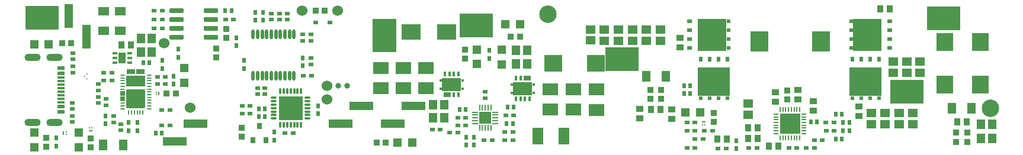
<source format=gbr>
%TF.GenerationSoftware,Altium Limited,Altium Designer,19.0.15 (446)*%
G04 Layer_Color=255*
%FSLAX45Y45*%
%MOMM*%
%TF.FileFunction,Pads,Top*%
%TF.Part,Single*%
G01*
G75*
%TA.AperFunction,SMDPad,CuDef*%
%ADD10R,3.43000X1.27000*%
%TA.AperFunction,ConnectorPad*%
%ADD11R,0.60000X0.75000*%
%TA.AperFunction,SMDPad,CuDef*%
%ADD12R,0.60000X0.75000*%
%ADD13R,0.64000X0.60000*%
%ADD14R,0.60000X0.64000*%
%ADD15R,0.75000X0.60000*%
%ADD16R,1.20000X1.20000*%
%ADD17R,0.85000X0.95000*%
%ADD18R,0.27000X0.17000*%
%ADD19R,0.17000X0.52000*%
%ADD20R,1.30000X1.40000*%
%ADD21R,0.90000X1.00000*%
G04:AMPARAMS|DCode=22|XSize=0.6mm|YSize=0.2mm|CornerRadius=0.04mm|HoleSize=0mm|Usage=FLASHONLY|Rotation=90.000|XOffset=0mm|YOffset=0mm|HoleType=Round|Shape=RoundedRectangle|*
%AMROUNDEDRECTD22*
21,1,0.60000,0.12000,0,0,90.0*
21,1,0.52000,0.20000,0,0,90.0*
1,1,0.08000,0.06000,0.26000*
1,1,0.08000,0.06000,-0.26000*
1,1,0.08000,-0.06000,-0.26000*
1,1,0.08000,-0.06000,0.26000*
%
%ADD22ROUNDEDRECTD22*%
G04:AMPARAMS|DCode=23|XSize=0.2mm|YSize=0.6mm|CornerRadius=0.04mm|HoleSize=0mm|Usage=FLASHONLY|Rotation=90.000|XOffset=0mm|YOffset=0mm|HoleType=Round|Shape=RoundedRectangle|*
%AMROUNDEDRECTD23*
21,1,0.20000,0.52000,0,0,90.0*
21,1,0.12000,0.60000,0,0,90.0*
1,1,0.08000,0.26000,0.06000*
1,1,0.08000,0.26000,-0.06000*
1,1,0.08000,-0.26000,-0.06000*
1,1,0.08000,-0.26000,0.06000*
%
%ADD23ROUNDEDRECTD23*%
G04:AMPARAMS|DCode=24|XSize=2.72mm|YSize=2.65mm|CornerRadius=0.06625mm|HoleSize=0mm|Usage=FLASHONLY|Rotation=90.000|XOffset=0mm|YOffset=0mm|HoleType=Round|Shape=RoundedRectangle|*
%AMROUNDEDRECTD24*
21,1,2.72000,2.51750,0,0,90.0*
21,1,2.58750,2.65000,0,0,90.0*
1,1,0.13250,1.25875,1.29375*
1,1,0.13250,1.25875,-1.29375*
1,1,0.13250,-1.25875,-1.29375*
1,1,0.13250,-1.25875,1.29375*
%
%ADD24ROUNDEDRECTD24*%
G04:AMPARAMS|DCode=25|XSize=1.53mm|YSize=2.65mm|CornerRadius=0.03825mm|HoleSize=0mm|Usage=FLASHONLY|Rotation=90.000|XOffset=0mm|YOffset=0mm|HoleType=Round|Shape=RoundedRectangle|*
%AMROUNDEDRECTD25*
21,1,1.53000,2.57350,0,0,90.0*
21,1,1.45350,2.65000,0,0,90.0*
1,1,0.07650,1.28675,0.72675*
1,1,0.07650,1.28675,-0.72675*
1,1,0.07650,-1.28675,-0.72675*
1,1,0.07650,-1.28675,0.72675*
%
%ADD25ROUNDEDRECTD25*%
G04:AMPARAMS|DCode=26|XSize=0.7mm|YSize=1.253mm|CornerRadius=0.0875mm|HoleSize=0mm|Usage=FLASHONLY|Rotation=90.000|XOffset=0mm|YOffset=0mm|HoleType=Round|Shape=RoundedRectangle|*
%AMROUNDEDRECTD26*
21,1,0.70000,1.07800,0,0,90.0*
21,1,0.52500,1.25300,0,0,90.0*
1,1,0.17500,0.53900,0.26250*
1,1,0.17500,0.53900,-0.26250*
1,1,0.17500,-0.53900,-0.26250*
1,1,0.17500,-0.53900,0.26250*
%
%ADD26ROUNDEDRECTD26*%
G04:AMPARAMS|DCode=27|XSize=0.7mm|YSize=0.7mm|CornerRadius=0.0875mm|HoleSize=0mm|Usage=FLASHONLY|Rotation=90.000|XOffset=0mm|YOffset=0mm|HoleType=Round|Shape=RoundedRectangle|*
%AMROUNDEDRECTD27*
21,1,0.70000,0.52500,0,0,90.0*
21,1,0.52500,0.70000,0,0,90.0*
1,1,0.17500,0.26250,0.26250*
1,1,0.17500,0.26250,-0.26250*
1,1,0.17500,-0.26250,-0.26250*
1,1,0.17500,-0.26250,0.26250*
%
%ADD27ROUNDEDRECTD27*%
%ADD28R,1.20000X1.65000*%
%TA.AperFunction,ConnectorPad*%
%ADD29R,0.95000X0.85000*%
%TA.AperFunction,SMDPad,CuDef*%
%ADD30R,0.17000X0.27000*%
%ADD31R,0.52000X0.17000*%
G04:AMPARAMS|DCode=32|XSize=0.2mm|YSize=0.2mm|CornerRadius=0.05mm|HoleSize=0mm|Usage=FLASHONLY|Rotation=0.000|XOffset=0mm|YOffset=0mm|HoleType=Round|Shape=RoundedRectangle|*
%AMROUNDEDRECTD32*
21,1,0.20000,0.10000,0,0,0.0*
21,1,0.10000,0.20000,0,0,0.0*
1,1,0.10000,0.05000,-0.05000*
1,1,0.10000,-0.05000,-0.05000*
1,1,0.10000,-0.05000,0.05000*
1,1,0.10000,0.05000,0.05000*
%
%ADD32ROUNDEDRECTD32*%
G04:AMPARAMS|DCode=33|XSize=1.97mm|YSize=0.6mm|CornerRadius=0.075mm|HoleSize=0mm|Usage=FLASHONLY|Rotation=0.000|XOffset=0mm|YOffset=0mm|HoleType=Round|Shape=RoundedRectangle|*
%AMROUNDEDRECTD33*
21,1,1.97000,0.45000,0,0,0.0*
21,1,1.82000,0.60000,0,0,0.0*
1,1,0.15000,0.91000,-0.22500*
1,1,0.15000,-0.91000,-0.22500*
1,1,0.15000,-0.91000,0.22500*
1,1,0.15000,0.91000,0.22500*
%
%ADD33ROUNDEDRECTD33*%
%ADD34R,0.95000X0.85000*%
%ADD35R,2.23000X1.80000*%
%ADD36R,1.75000X1.75000*%
G04:AMPARAMS|DCode=37|XSize=0.83mm|YSize=0.22mm|CornerRadius=0.0275mm|HoleSize=0mm|Usage=FLASHONLY|Rotation=90.000|XOffset=0mm|YOffset=0mm|HoleType=Round|Shape=RoundedRectangle|*
%AMROUNDEDRECTD37*
21,1,0.83000,0.16500,0,0,90.0*
21,1,0.77500,0.22000,0,0,90.0*
1,1,0.05500,0.08250,0.38750*
1,1,0.05500,0.08250,-0.38750*
1,1,0.05500,-0.08250,-0.38750*
1,1,0.05500,-0.08250,0.38750*
%
%ADD37ROUNDEDRECTD37*%
G04:AMPARAMS|DCode=38|XSize=0.83mm|YSize=0.22mm|CornerRadius=0.0275mm|HoleSize=0mm|Usage=FLASHONLY|Rotation=180.000|XOffset=0mm|YOffset=0mm|HoleType=Round|Shape=RoundedRectangle|*
%AMROUNDEDRECTD38*
21,1,0.83000,0.16500,0,0,180.0*
21,1,0.77500,0.22000,0,0,180.0*
1,1,0.05500,-0.38750,0.08250*
1,1,0.05500,0.38750,0.08250*
1,1,0.05500,0.38750,-0.08250*
1,1,0.05500,-0.38750,-0.08250*
%
%ADD38ROUNDEDRECTD38*%
%ADD39R,1.20000X1.20000*%
%TA.AperFunction,ConnectorPad*%
%ADD40R,1.00000X0.90000*%
%ADD41R,0.90000X1.00000*%
%ADD42R,0.75000X0.60000*%
%ADD43R,0.60000X0.64000*%
%TA.AperFunction,SMDPad,CuDef*%
%ADD44R,0.66000X0.32000*%
%ADD45R,1.00000X1.60000*%
%TA.AperFunction,ConnectorPad*%
%ADD46R,1.00000X0.30000*%
%ADD47R,1.00000X0.60000*%
%TA.AperFunction,SMDPad,CuDef*%
%ADD48R,1.27000X3.43000*%
%ADD49R,4.70000X3.43000*%
%ADD50R,1.65000X1.20000*%
%ADD51R,2.80000X1.90000*%
%ADD52R,0.44000X0.65000*%
%ADD53R,0.35000X0.30000*%
%ADD54R,1.09000X0.65000*%
%TA.AperFunction,ConnectorPad*%
%ADD55R,0.85000X0.95000*%
%TA.AperFunction,SMDPad,CuDef*%
%ADD56R,2.70000X2.20000*%
%TA.AperFunction,ConnectorPad*%
%ADD57R,0.80000X0.90000*%
%TA.AperFunction,SMDPad,CuDef*%
%ADD58R,3.35000X3.35000*%
%TA.AperFunction,ConnectorPad*%
%ADD59O,0.30000X0.95000*%
%ADD60O,0.95000X0.30000*%
%TA.AperFunction,SMDPad,CuDef*%
%ADD61O,0.45000X1.40000*%
%TA.AperFunction,ConnectorPad*%
%ADD62R,0.70000X0.50000*%
%TA.AperFunction,SMDPad,CuDef*%
%ADD63R,1.40000X1.30000*%
%ADD64R,1.00000X0.90000*%
%ADD65R,4.12000X4.60000*%
%ADD66R,0.55000X0.50000*%
%ADD67R,0.65000X0.50000*%
%ADD68R,4.60000X4.12000*%
%ADD69R,0.50000X0.55000*%
%ADD70R,0.50000X0.65000*%
%ADD71R,3.00000X3.00000*%
%ADD72O,0.20000X0.70000*%
%ADD73O,0.70000X0.20000*%
%ADD74R,2.50000X3.00000*%
%ADD75R,2.45000X2.55000*%
%ADD76R,1.50000X2.40000*%
%ADD77R,2.55000X2.45000*%
%ADD78R,3.43000X4.70000*%
%ADD79C,0.80010*%
%TA.AperFunction,ComponentPad*%
%ADD91C,0.40000*%
G04:AMPARAMS|DCode=92|XSize=1mm|YSize=2.3mm|CornerRadius=0.5mm|HoleSize=0mm|Usage=FLASHONLY|Rotation=270.000|XOffset=0mm|YOffset=0mm|HoleType=Round|Shape=RoundedRectangle|*
%AMROUNDEDRECTD92*
21,1,1.00000,1.30000,0,0,270.0*
21,1,0.00000,2.30000,0,0,270.0*
1,1,1.00000,-0.65000,0.00000*
1,1,1.00000,-0.65000,0.00000*
1,1,1.00000,0.65000,0.00000*
1,1,1.00000,0.65000,0.00000*
%
%ADD92ROUNDEDRECTD92*%
%ADD93C,1.52400*%
%ADD94C,0.45720*%
%TA.AperFunction,ViaPad*%
%ADD95C,2.50000*%
%ADD96C,1.52400*%
D10*
X6010835Y1706855D02*
D03*
X5718835Y1452855D02*
D03*
X3346475Y1193775D02*
D03*
X3638475Y1447775D02*
D03*
X6463975Y1450315D02*
D03*
X6755975Y1704315D02*
D03*
D11*
X7508435Y1257294D02*
D03*
Y1142294D02*
D03*
X2352015Y1563035D02*
D03*
Y1448035D02*
D03*
X4767755Y1213801D02*
D03*
Y1328801D02*
D03*
X4609975Y2929975D02*
D03*
Y3044975D02*
D03*
X4497475Y2929975D02*
D03*
Y3044975D02*
D03*
D12*
X7622735Y1257262D02*
D03*
Y1142262D02*
D03*
X2807474Y1352175D02*
D03*
Y1467175D02*
D03*
X3327375Y2014974D02*
D03*
Y2129974D02*
D03*
X3165515Y2242095D02*
D03*
Y2357095D02*
D03*
X3395955Y2398655D02*
D03*
Y2513655D02*
D03*
X2687295Y1352175D02*
D03*
Y1467175D02*
D03*
X5176495Y2391735D02*
D03*
Y2276735D02*
D03*
X11369975Y1207475D02*
D03*
Y1092475D02*
D03*
X1648435Y1243843D02*
D03*
Y1128843D02*
D03*
X7842475Y2499975D02*
D03*
Y2384975D02*
D03*
X5389855Y1706654D02*
D03*
Y1591654D02*
D03*
X4335755Y2241175D02*
D03*
Y2356175D02*
D03*
X4223995Y2681840D02*
D03*
Y2566840D02*
D03*
D13*
X2468855Y1469814D02*
D03*
Y1557815D02*
D03*
X2575535Y1445235D02*
D03*
Y1357235D02*
D03*
X1877443Y1560355D02*
D03*
Y1472355D02*
D03*
X2361823Y1803647D02*
D03*
Y1715647D02*
D03*
X2249975Y1743799D02*
D03*
Y1831799D02*
D03*
X2249974Y2013975D02*
D03*
Y1925975D02*
D03*
X1877035Y1661414D02*
D03*
Y1749414D02*
D03*
X5295318Y2387078D02*
D03*
Y2299078D02*
D03*
X7782475Y1905131D02*
D03*
Y1817131D02*
D03*
X1889735Y2269015D02*
D03*
Y2181015D02*
D03*
Y2374054D02*
D03*
Y2462055D02*
D03*
X4632359Y1963014D02*
D03*
Y1875014D02*
D03*
X4525631Y1963014D02*
D03*
Y1875014D02*
D03*
X5295335Y2638475D02*
D03*
Y2726475D02*
D03*
X5176495Y2638215D02*
D03*
Y2726215D02*
D03*
X4954454Y2941706D02*
D03*
Y3029706D02*
D03*
X4840154Y2941706D02*
D03*
Y3029706D02*
D03*
X4725854Y2941706D02*
D03*
Y3029706D02*
D03*
D14*
X3072554Y1312475D02*
D03*
X3160555D02*
D03*
X2981475Y2320474D02*
D03*
X2893475D02*
D03*
X4065974Y3067475D02*
D03*
X4153974D02*
D03*
X7503755Y1655891D02*
D03*
X7415755D02*
D03*
X8177724Y1452414D02*
D03*
X8089724D02*
D03*
X8103025Y1686984D02*
D03*
X8191025D02*
D03*
X12880475Y1228935D02*
D03*
X12792475D02*
D03*
X4632359Y1551313D02*
D03*
X4544359D02*
D03*
X4632359Y1665613D02*
D03*
X4544359D02*
D03*
X10623395Y1991996D02*
D03*
X10711395D02*
D03*
X10623975Y1883096D02*
D03*
X10711975D02*
D03*
D15*
X3275655Y1424915D02*
D03*
X3160655D02*
D03*
X3160694Y1648875D02*
D03*
X3275694D02*
D03*
X3209622Y2016735D02*
D03*
X3094622D02*
D03*
X3209615Y2120875D02*
D03*
X3094615D02*
D03*
X2332194Y2067435D02*
D03*
X2447194D02*
D03*
X2332194Y2182475D02*
D03*
X2447194D02*
D03*
X3162474Y2814975D02*
D03*
X3047474D02*
D03*
X3162474Y3067975D02*
D03*
X3047474D02*
D03*
X3162474Y2939975D02*
D03*
X3047474D02*
D03*
X5182495Y2135532D02*
D03*
X5297495D02*
D03*
X11030275Y1345423D02*
D03*
X10915275D02*
D03*
X10664975Y1347475D02*
D03*
X10779975D02*
D03*
X10664975Y1467475D02*
D03*
X10779975D02*
D03*
X12237474Y1104974D02*
D03*
X12122474D02*
D03*
X5038115Y1313474D02*
D03*
X4923115D02*
D03*
X8188015Y1569255D02*
D03*
X8073015D02*
D03*
X8063525Y1334167D02*
D03*
X8178525D02*
D03*
X7275455Y1323315D02*
D03*
X7390455D02*
D03*
X7502215Y1423154D02*
D03*
X7387215D02*
D03*
X7387975Y1536375D02*
D03*
X7502975D02*
D03*
X7023995Y1369035D02*
D03*
X7138995D02*
D03*
X4307475Y1594175D02*
D03*
X4422475D02*
D03*
Y1704175D02*
D03*
X4307475D02*
D03*
X12653975Y1346434D02*
D03*
X12768975D02*
D03*
D16*
X3477235Y2246195D02*
D03*
Y2036195D02*
D03*
X1968975Y1114975D02*
D03*
Y1324975D02*
D03*
X1334875Y1116255D02*
D03*
Y1326255D02*
D03*
X8018642Y2297337D02*
D03*
Y2507337D02*
D03*
X7664975Y2512475D02*
D03*
Y2302474D02*
D03*
D17*
X3229354Y1884975D02*
D03*
X3359354D02*
D03*
X1735835Y2603804D02*
D03*
X1865835D02*
D03*
X5355335Y3068711D02*
D03*
X5485335D02*
D03*
X8277174Y2697455D02*
D03*
X8147174D02*
D03*
D18*
X3078735Y1902155D02*
D03*
Y1867155D02*
D03*
X1795475Y1300735D02*
D03*
Y1335735D02*
D03*
D19*
X3118735Y1884655D02*
D03*
X1755475Y1318235D02*
D03*
D20*
X3017818Y2670474D02*
D03*
X2857819D02*
D03*
X7197676Y1719974D02*
D03*
X7037677D02*
D03*
X3017818Y2475475D02*
D03*
X2857818D02*
D03*
X8382474Y2302475D02*
D03*
X8222475D02*
D03*
X8383724Y2499975D02*
D03*
X8223724D02*
D03*
X7197676Y1532474D02*
D03*
X7037677D02*
D03*
X14866125Y1441110D02*
D03*
X15026126D02*
D03*
X14866125Y1238610D02*
D03*
X15026126D02*
D03*
D21*
X2714155Y2578275D02*
D03*
X2579155D02*
D03*
X10152475Y1656833D02*
D03*
X10287475D02*
D03*
X11674975Y1394435D02*
D03*
X11539975D02*
D03*
X14661215Y1472475D02*
D03*
X14526215D02*
D03*
X13564975Y3094975D02*
D03*
X13429974D02*
D03*
D22*
X2687954Y1615415D02*
D03*
X2727955D02*
D03*
X2767955D02*
D03*
X2807955D02*
D03*
X2847954D02*
D03*
X2887955D02*
D03*
D23*
X2977954Y1665414D02*
D03*
Y1705414D02*
D03*
Y1745415D02*
D03*
Y1785415D02*
D03*
Y1825414D02*
D03*
Y1865415D02*
D03*
Y1905415D02*
D03*
Y1945414D02*
D03*
Y1985415D02*
D03*
Y2025415D02*
D03*
Y2065414D02*
D03*
Y2105415D02*
D03*
Y2145415D02*
D03*
X2597955D02*
D03*
Y2105415D02*
D03*
Y2065414D02*
D03*
Y2025415D02*
D03*
Y1985415D02*
D03*
Y1945414D02*
D03*
Y1745415D02*
D03*
Y1705414D02*
D03*
Y1665414D02*
D03*
D24*
X2787955Y1808915D02*
D03*
D25*
Y2061414D02*
D03*
D26*
X2720304Y2195414D02*
D03*
X2855605D02*
D03*
D27*
X2597955Y1885415D02*
D03*
Y1805414D02*
D03*
D28*
X2323974Y1147475D02*
D03*
X2603974D02*
D03*
X10359974Y2129257D02*
D03*
X10079975D02*
D03*
X14733714Y1672475D02*
D03*
X14453716D02*
D03*
D29*
X2143975Y1242475D02*
D03*
Y1112475D02*
D03*
X10142475Y1936757D02*
D03*
Y1806757D02*
D03*
X4297655Y1260855D02*
D03*
Y1390855D02*
D03*
D30*
X2162474Y1392475D02*
D03*
X2127474D02*
D03*
X10889974Y1432475D02*
D03*
X10924975D02*
D03*
D31*
X2144974Y1352475D02*
D03*
X10907475Y1472475D02*
D03*
D32*
X2087615Y2160435D02*
D03*
Y2092435D02*
D03*
X2057615Y2126435D02*
D03*
D33*
X3369975Y3067975D02*
D03*
Y2940975D02*
D03*
Y2813975D02*
D03*
Y2686975D02*
D03*
X3864974D02*
D03*
Y2813975D02*
D03*
Y2940975D02*
D03*
Y3067975D02*
D03*
D34*
X3936975Y2397055D02*
D03*
Y2527055D02*
D03*
X4083974Y2679540D02*
D03*
Y2809540D02*
D03*
X11044975Y1472475D02*
D03*
Y1602475D02*
D03*
X10297474Y1936757D02*
D03*
Y1806757D02*
D03*
X1509875Y1121335D02*
D03*
Y1251335D02*
D03*
X7489975Y2382475D02*
D03*
Y2512475D02*
D03*
X12095115Y1928909D02*
D03*
Y1798909D02*
D03*
X14513715Y1322475D02*
D03*
Y1192475D02*
D03*
X14673715Y1322475D02*
D03*
Y1192475D02*
D03*
D35*
X9372275Y1941755D02*
D03*
Y1649755D02*
D03*
X9040364Y1944073D02*
D03*
Y1652073D02*
D03*
X8712175Y1944076D02*
D03*
Y1652076D02*
D03*
X6287475Y1958392D02*
D03*
Y2250392D02*
D03*
X6609975Y1958392D02*
D03*
Y2250392D02*
D03*
X6932475Y1958392D02*
D03*
Y2250392D02*
D03*
D36*
X7782475Y1534975D02*
D03*
D37*
X7702475Y1678975D02*
D03*
X7742475D02*
D03*
X7782475D02*
D03*
X7822475D02*
D03*
X7862475D02*
D03*
Y1390975D02*
D03*
X7822475D02*
D03*
X7782475D02*
D03*
X7742475D02*
D03*
X7702475D02*
D03*
D38*
X7638475Y1454975D02*
D03*
Y1494975D02*
D03*
Y1534975D02*
D03*
Y1574975D02*
D03*
Y1614975D02*
D03*
X7926475D02*
D03*
Y1574975D02*
D03*
Y1534975D02*
D03*
Y1494975D02*
D03*
Y1454975D02*
D03*
D39*
X10645250Y1610102D02*
D03*
X10855250D02*
D03*
X1544875Y2583779D02*
D03*
X1334875D02*
D03*
X6531195Y1178535D02*
D03*
X6741195D02*
D03*
X8277998Y2875655D02*
D03*
X8067998D02*
D03*
D40*
X9994135Y1658576D02*
D03*
Y1523576D02*
D03*
X10444455Y1656308D02*
D03*
Y1521308D02*
D03*
D41*
X11974975Y1126472D02*
D03*
X11839975D02*
D03*
X11231926Y1227475D02*
D03*
X11096926D02*
D03*
X11674975Y1237779D02*
D03*
X11539975D02*
D03*
D42*
X11666455Y1102674D02*
D03*
X11551455D02*
D03*
X10778584Y1227475D02*
D03*
X10893584D02*
D03*
X10664975Y1107474D02*
D03*
X10779975D02*
D03*
X11222695Y1093313D02*
D03*
X11107695D02*
D03*
X12487474Y1104974D02*
D03*
X12372474D02*
D03*
X12487475Y1212435D02*
D03*
X12602475D02*
D03*
X12653474Y1468795D02*
D03*
X12768474D02*
D03*
X8179094Y1214641D02*
D03*
X8064094D02*
D03*
X7764975D02*
D03*
X7879975D02*
D03*
X4069975Y2939975D02*
D03*
X4184975D02*
D03*
D43*
X12880473Y1586295D02*
D03*
X12792474D02*
D03*
X12984975Y1468795D02*
D03*
X12896974D02*
D03*
X12438475Y1477635D02*
D03*
X12526475D02*
D03*
X12984953Y1346434D02*
D03*
X12896954D02*
D03*
D44*
X2492475Y2454975D02*
D03*
Y2389975D02*
D03*
Y2324975D02*
D03*
X2697474D02*
D03*
Y2389975D02*
D03*
Y2454975D02*
D03*
D45*
X2594974Y2389975D02*
D03*
D46*
X1720054Y1759052D02*
D03*
Y1809052D02*
D03*
Y2059052D02*
D03*
Y2109052D02*
D03*
Y1909052D02*
D03*
Y1859052D02*
D03*
Y2009052D02*
D03*
Y1959052D02*
D03*
D47*
Y1618052D02*
D03*
Y1698052D02*
D03*
Y2170052D02*
D03*
Y2250052D02*
D03*
D48*
X1831315Y2988475D02*
D03*
X2085315Y2696475D02*
D03*
D49*
X1447775Y2964155D02*
D03*
X7655535Y2854935D02*
D03*
X14338275Y2953995D02*
D03*
X13807475Y1907475D02*
D03*
X9739476Y2376972D02*
D03*
D50*
X2330636Y2779831D02*
D03*
Y3059831D02*
D03*
X2562686Y2778435D02*
D03*
Y3058435D02*
D03*
D51*
X7302256Y2012475D02*
D03*
X8317475Y1953391D02*
D03*
D52*
X7399755Y2159975D02*
D03*
X7334756D02*
D03*
X7269757D02*
D03*
X7204757D02*
D03*
X7399755Y1864975D02*
D03*
X7334756Y1864974D02*
D03*
X8219976Y1805890D02*
D03*
X8284975D02*
D03*
X8349974D02*
D03*
X8414974D02*
D03*
X8219976Y2100890D02*
D03*
X8284975Y2100891D02*
D03*
D53*
X7459755Y1952475D02*
D03*
X7459755Y2072474D02*
D03*
X7144756D02*
D03*
Y1952475D02*
D03*
X8159976Y2013390D02*
D03*
X8159976Y1893391D02*
D03*
X8474975D02*
D03*
Y2013390D02*
D03*
D54*
X7237257Y1864974D02*
D03*
X8382474Y2100891D02*
D03*
D55*
X6358295Y1178538D02*
D03*
X6228295D02*
D03*
D56*
X6722475Y2760891D02*
D03*
X7232475D02*
D03*
D57*
X4457755Y1213474D02*
D03*
X4647755D02*
D03*
X4552755Y1413474D02*
D03*
D58*
X5000935Y1674154D02*
D03*
D59*
X4850935Y1914154D02*
D03*
X4900935D02*
D03*
X4950935D02*
D03*
X5000935D02*
D03*
X5050935D02*
D03*
X5100935D02*
D03*
X5150935D02*
D03*
Y1434154D02*
D03*
X5100935D02*
D03*
X5050935D02*
D03*
X5000935D02*
D03*
X4950935D02*
D03*
X4900935D02*
D03*
X4850935D02*
D03*
D60*
X5240935Y1824154D02*
D03*
Y1774154D02*
D03*
Y1724155D02*
D03*
Y1674154D02*
D03*
Y1624154D02*
D03*
Y1574154D02*
D03*
Y1524154D02*
D03*
X4760935D02*
D03*
Y1574154D02*
D03*
Y1624154D02*
D03*
Y1674154D02*
D03*
Y1724155D02*
D03*
Y1774154D02*
D03*
Y1824154D02*
D03*
D61*
X4463954Y2136110D02*
D03*
X4528955D02*
D03*
X4593954D02*
D03*
X4658955D02*
D03*
X4723954D02*
D03*
X4788955D02*
D03*
X4853954D02*
D03*
X4918955D02*
D03*
X4983954D02*
D03*
X5048955D02*
D03*
X4463954Y2726110D02*
D03*
X4528955D02*
D03*
X4593954D02*
D03*
X4658955D02*
D03*
X4723954D02*
D03*
X4788955D02*
D03*
X4853954D02*
D03*
X4918955D02*
D03*
X4983954D02*
D03*
X5048955D02*
D03*
D62*
X5558435Y2895575D02*
D03*
X5358435D02*
D03*
D63*
X10284988Y2637195D02*
D03*
Y2797195D02*
D03*
X10086760Y2638338D02*
D03*
Y2798338D02*
D03*
X9885689Y2638338D02*
D03*
Y2798338D02*
D03*
X9684618Y2638338D02*
D03*
Y2798338D02*
D03*
X9483546Y2638338D02*
D03*
Y2798338D02*
D03*
X9285505Y2641221D02*
D03*
Y2801221D02*
D03*
X11539975Y1741134D02*
D03*
Y1581135D02*
D03*
X13300127Y1603555D02*
D03*
Y1443555D02*
D03*
X13497626Y1603555D02*
D03*
Y1443555D02*
D03*
X13695126Y1604770D02*
D03*
Y1444770D02*
D03*
X13890126D02*
D03*
Y1604770D02*
D03*
X13997475Y2177475D02*
D03*
Y2337475D02*
D03*
X13804974Y2178338D02*
D03*
Y2338338D02*
D03*
X13612474Y2177475D02*
D03*
Y2337475D02*
D03*
D64*
X10564975Y2542475D02*
D03*
Y2677475D02*
D03*
X12468835Y1636815D02*
D03*
Y1771815D02*
D03*
X12251521Y1801151D02*
D03*
Y1936151D02*
D03*
X11930355Y1761275D02*
D03*
Y1896275D02*
D03*
X13123656Y1693075D02*
D03*
Y1558075D02*
D03*
D65*
X11026475Y2722475D02*
D03*
X13244475Y2722338D02*
D03*
D66*
X11259975Y2912975D02*
D03*
Y2785975D02*
D03*
Y2658975D02*
D03*
Y2531975D02*
D03*
X13010974Y2531838D02*
D03*
Y2658838D02*
D03*
Y2785838D02*
D03*
Y2912838D02*
D03*
D67*
X10704975Y2531975D02*
D03*
Y2658975D02*
D03*
Y2785975D02*
D03*
Y2912975D02*
D03*
X13565974Y2912838D02*
D03*
Y2785838D02*
D03*
Y2658838D02*
D03*
Y2531838D02*
D03*
D68*
X11051975Y2048475D02*
D03*
X13220474Y2049338D02*
D03*
D69*
X11242475Y1814975D02*
D03*
X11115475D02*
D03*
X10988475D02*
D03*
X10861475D02*
D03*
X13410976Y1815838D02*
D03*
X13283975D02*
D03*
X13156975D02*
D03*
X13029974D02*
D03*
D70*
X10861475Y2369975D02*
D03*
X10988475D02*
D03*
X11115475D02*
D03*
X11242475D02*
D03*
X13029974Y2370838D02*
D03*
X13156975D02*
D03*
X13283975D02*
D03*
X13410976D02*
D03*
D71*
X12137475Y1447475D02*
D03*
D72*
X11997475Y1649975D02*
D03*
X12037475D02*
D03*
X12077475D02*
D03*
X12117475D02*
D03*
X12157475D02*
D03*
X12197475D02*
D03*
X12237475D02*
D03*
X12277475D02*
D03*
Y1244975D02*
D03*
X12237475D02*
D03*
X12197475D02*
D03*
X12157475D02*
D03*
X12117475D02*
D03*
X12077475D02*
D03*
X12037475D02*
D03*
X11997475D02*
D03*
D73*
X12339975Y1587475D02*
D03*
Y1547475D02*
D03*
Y1507475D02*
D03*
Y1467475D02*
D03*
Y1347475D02*
D03*
Y1307475D02*
D03*
X11934975D02*
D03*
Y1347475D02*
D03*
Y1387475D02*
D03*
Y1427475D02*
D03*
Y1467475D02*
D03*
Y1507475D02*
D03*
Y1547475D02*
D03*
Y1587475D02*
D03*
X12339975Y1427475D02*
D03*
Y1387475D02*
D03*
D74*
X12578633Y2631415D02*
D03*
X11698629D02*
D03*
D75*
X14348434Y2614973D02*
D03*
Y2009973D02*
D03*
X14858975Y2614965D02*
D03*
Y2009964D02*
D03*
D76*
X8534795Y1269975D02*
D03*
X8904794D02*
D03*
D77*
X8755115Y2313376D02*
D03*
X9360115D02*
D03*
D78*
X6342474Y2714215D02*
D03*
D79*
X5683927Y1995914D02*
D03*
X5810975Y1994434D02*
D03*
D91*
X2787955Y1808915D02*
D03*
X2680455D02*
D03*
X2895454D02*
D03*
X2787955Y1697915D02*
D03*
Y1919915D02*
D03*
Y2061414D02*
D03*
X2680455D02*
D03*
X2895454D02*
D03*
D92*
X1310055Y1469052D02*
D03*
X1625055D02*
D03*
X1310055Y2399052D02*
D03*
X1625055D02*
D03*
D93*
X5166335Y3068295D02*
D03*
X5669238D02*
D03*
D94*
X12244975Y1447475D02*
D03*
X12137475Y1337475D02*
D03*
Y1557475D02*
D03*
X12027475Y1447475D02*
D03*
X12247475Y1337475D02*
D03*
X12027475D02*
D03*
X12247475Y1557475D02*
D03*
X12027475D02*
D03*
D95*
X15001215Y1668755D02*
D03*
X8679155Y3017495D02*
D03*
D96*
X3568675Y1681455D02*
D03*
X3190215Y2603804D02*
D03*
X5524475Y1993875D02*
D03*
Y1798909D02*
D03*
%TF.MD5,05bd9c28330e24b4dcbbaa3988ffb385*%
M02*

</source>
